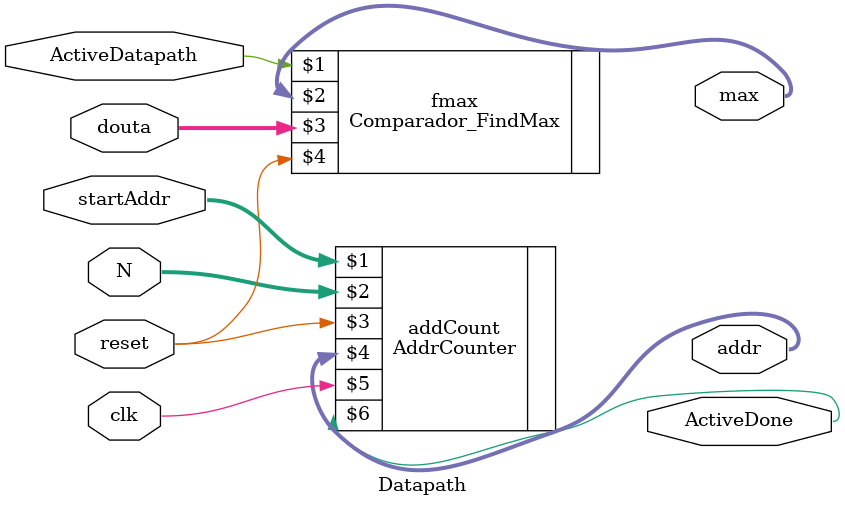
<source format=v>
`timescale 1ns / 1ps

module Datapath(ActiveDatapath, ActiveDone , startAddr, N, clk, reset, addr,max, douta);

    //input 
    input [15:0] startAddr;             //donde empezamos a contar
    input [7:0] N;                      //hasta donde vamos a contar
    input reset, clk,ActiveDatapath;    //start del fms, y el reset general
    input [15:0] douta;                 //valor que nos llega de la memoria

    //output    
    output [7:0] addr;                  //la dirreccion que entra en la memoria
    output ActiveDone;                  //Esta variable es la que se comunica con el fsm
    output[15:0] max;                   //El valor maximo
   
    wire [15:0] max;
    wire [7:0] addr;                    //la dirreccion que entre en la memoria
    wire ActiveDone;                    //Esta variable es la que se comunica con el fsm

        
     //Suma la direccion en la memoria que instanciamos
    AddrCounter  addCount(startAddr,
                          N, 
                          reset,
                          addr,
                          clk,
                          ActiveDone);
    
    //Buscar el valor maximo
    Comparador_FindMax fmax(ActiveDatapath,
                             max,
                             douta,
                             reset
                             );

endmodule

</source>
